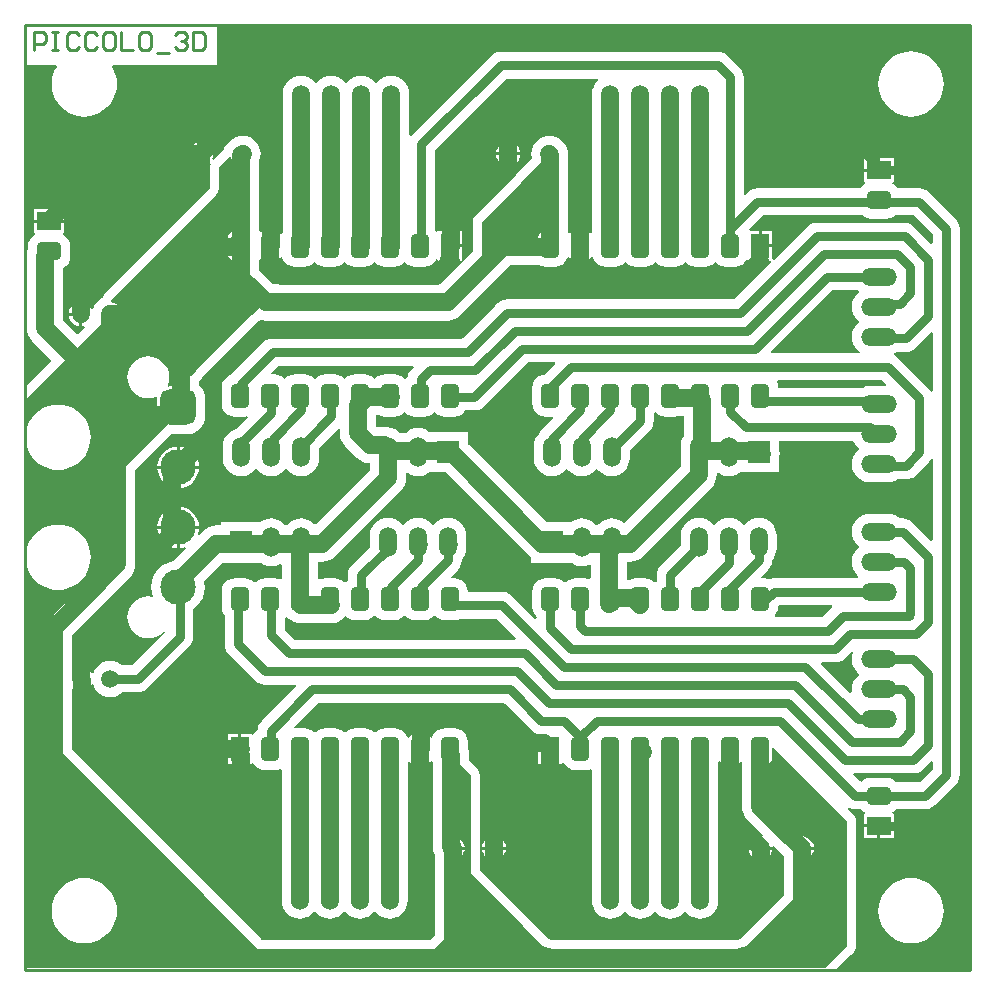
<source format=gbl>
G04 Layer_Physical_Order=2*
G04 Layer_Color=11436288*
%FSLAX42Y42*%
%MOMM*%
G71*
G01*
G75*
%ADD10C,1.52*%
%ADD11C,0.76*%
%ADD12C,0.25*%
%ADD13O,3.05X1.52*%
G04:AMPARAMS|DCode=14|XSize=1.52mm|YSize=2.03mm|CornerRadius=0.38mm|HoleSize=0mm|Usage=FLASHONLY|Rotation=90.000|XOffset=0mm|YOffset=0mm|HoleType=Round|Shape=RoundedRectangle|*
%AMROUNDEDRECTD14*
21,1,1.52,1.27,0,0,90.0*
21,1,0.76,2.03,0,0,90.0*
1,1,0.76,0.64,0.38*
1,1,0.76,0.64,-0.38*
1,1,0.76,-0.64,-0.38*
1,1,0.76,-0.64,0.38*
%
%ADD14ROUNDEDRECTD14*%
%ADD15R,2.03X1.52*%
%ADD16O,1.52X3.05*%
%ADD17C,1.52*%
%ADD18R,1.52X2.03*%
G04:AMPARAMS|DCode=19|XSize=1.52mm|YSize=2.03mm|CornerRadius=0.38mm|HoleSize=0mm|Usage=FLASHONLY|Rotation=0.000|XOffset=0mm|YOffset=0mm|HoleType=Round|Shape=RoundedRectangle|*
%AMROUNDEDRECTD19*
21,1,1.52,1.27,0,0,0.0*
21,1,0.76,2.03,0,0,0.0*
1,1,0.76,0.38,-0.64*
1,1,0.76,-0.38,-0.64*
1,1,0.76,-0.38,0.64*
1,1,0.76,0.38,0.64*
%
%ADD19ROUNDEDRECTD19*%
G04:AMPARAMS|DCode=20|XSize=3mm|YSize=3mm|CornerRadius=0.75mm|HoleSize=0mm|Usage=FLASHONLY|Rotation=270.000|XOffset=0mm|YOffset=0mm|HoleType=Round|Shape=RoundedRectangle|*
%AMROUNDEDRECTD20*
21,1,3.00,1.50,0,0,270.0*
21,1,1.50,3.00,0,0,270.0*
1,1,1.50,-0.75,-0.75*
1,1,1.50,-0.75,0.75*
1,1,1.50,0.75,0.75*
1,1,1.50,0.75,-0.75*
%
%ADD20ROUNDEDRECTD20*%
%ADD21C,3.00*%
%ADD22O,1.52X2.54*%
%ADD23R,1.91X1.91*%
G36*
X9597Y10244D02*
Y10231D01*
X9582Y10219D01*
X9563Y10196D01*
X9549Y10169D01*
X9540Y10141D01*
X9537Y10111D01*
X9540Y10081D01*
X9549Y10052D01*
X9563Y10026D01*
X9582Y10003D01*
X9597Y9990D01*
Y9977D01*
X9582Y9965D01*
X9563Y9942D01*
X9549Y9915D01*
X9540Y9887D01*
X9537Y9857D01*
X9540Y9827D01*
X9549Y9798D01*
X9563Y9772D01*
X9582Y9749D01*
X9605Y9729D01*
X9606Y9729D01*
X9603Y9716D01*
X8859D01*
X8855Y9728D01*
X9374Y10248D01*
X9592D01*
X9597Y10244D01*
D02*
G37*
G36*
X5830Y9600D02*
X5811Y9581D01*
X5793Y9557D01*
X5781Y9529D01*
X5780Y9518D01*
X5761Y9504D01*
X5757Y9502D01*
X5749D01*
X5745Y9504D01*
X5722Y9522D01*
X5694Y9533D01*
X5664Y9537D01*
X5588D01*
X5558Y9533D01*
X5530Y9522D01*
X5506Y9503D01*
X5506Y9502D01*
X5493D01*
X5492Y9503D01*
X5468Y9522D01*
X5440Y9533D01*
X5410Y9537D01*
X5334D01*
X5304Y9533D01*
X5276Y9522D01*
X5252Y9503D01*
X5251Y9502D01*
X5239D01*
X5238Y9503D01*
X5214Y9522D01*
X5186Y9533D01*
X5156Y9537D01*
X5080D01*
X5050Y9533D01*
X5022Y9522D01*
X4999Y9504D01*
X4995Y9502D01*
X4987D01*
X4983Y9504D01*
X4960Y9522D01*
X4932Y9533D01*
X4902Y9537D01*
X4826D01*
X4796Y9533D01*
X4768Y9522D01*
X4744Y9503D01*
X4743Y9502D01*
X4731D01*
X4730Y9503D01*
X4706Y9522D01*
X4678Y9533D01*
X4648Y9537D01*
X4626D01*
X4621Y9549D01*
X4684Y9611D01*
X5825D01*
X5830Y9600D01*
D02*
G37*
G36*
X2555Y9902D02*
X2564Y9873D01*
X2578Y9847D01*
X2597Y9824D01*
X2759Y9662D01*
Y9649D01*
X2552Y9442D01*
X2540Y9447D01*
Y9924D01*
X2553Y9925D01*
X2555Y9902D01*
D02*
G37*
G36*
X6907Y11332D02*
X6928Y11316D01*
X6953Y11306D01*
X6979Y11302D01*
X6985Y11297D01*
Y10757D01*
X6947D01*
X6922Y10752D01*
X6901Y10738D01*
X6887Y10717D01*
X6882Y10692D01*
Y10617D01*
X6587D01*
X6421Y10451D01*
X6409Y10456D01*
Y10828D01*
X6737Y11156D01*
X6756Y11180D01*
X6759Y11185D01*
X6907Y11332D01*
X6907D01*
D02*
G37*
G36*
X4274Y11381D02*
X4283Y11377D01*
X4293Y11353D01*
X4309Y11332D01*
X4330Y11316D01*
X4355Y11306D01*
X4358Y11305D01*
X4364Y10766D01*
X4355Y10757D01*
X4318D01*
X4293Y10752D01*
X4272Y10738D01*
X4258Y10717D01*
X4253Y10692D01*
Y10641D01*
X4356D01*
Y10616D01*
X4253D01*
Y10565D01*
X4258Y10540D01*
X4272Y10519D01*
X4293Y10505D01*
X4318Y10500D01*
X4367D01*
X4369Y10354D01*
Y10325D01*
X4559Y10135D01*
X4481Y10056D01*
X4459Y10044D01*
X4436Y10025D01*
X4003Y9593D01*
X3984Y9570D01*
X3972Y9548D01*
X3950Y9525D01*
X3797D01*
Y9435D01*
X3760D01*
X3752Y9433D01*
X3745Y9444D01*
X3745Y9445D01*
X3755Y9478D01*
X3758Y9512D01*
X3755Y9547D01*
X3745Y9580D01*
X3729Y9611D01*
X3707Y9637D01*
X3680Y9660D01*
X3649Y9676D01*
X3616Y9686D01*
X3581Y9689D01*
X3547Y9686D01*
X3514Y9676D01*
X3483Y9660D01*
X3456Y9637D01*
X3434Y9611D01*
X3418Y9580D01*
X3408Y9547D01*
X3404Y9512D01*
X3408Y9478D01*
X3418Y9445D01*
X3434Y9414D01*
X3456Y9387D01*
X3483Y9365D01*
X3514Y9349D01*
X3547Y9339D01*
X3581Y9335D01*
X3616Y9339D01*
X3649Y9349D01*
X3650Y9349D01*
X3660Y9342D01*
X3659Y9333D01*
Y9271D01*
X3835D01*
Y9246D01*
X3659D01*
Y9183D01*
X3663Y9157D01*
X3669Y9142D01*
X3340Y8814D01*
Y8062D01*
X3327Y8049D01*
X2781Y7503D01*
Y7480D01*
Y6312D01*
X4420Y4674D01*
X6109D01*
X6160Y4724D01*
Y5422D01*
X6186Y5426D01*
X6211Y5436D01*
X6232Y5452D01*
X6248Y5473D01*
X6258Y5498D01*
X6260Y5512D01*
X6160D01*
Y5537D01*
X6260D01*
X6258Y5551D01*
X6248Y5576D01*
X6232Y5597D01*
X6211Y5613D01*
X6186Y5624D01*
X6160Y5627D01*
Y6236D01*
X6172D01*
X6197Y6241D01*
X6209Y6249D01*
X6312Y6147D01*
Y5220D01*
Y5201D01*
X6814Y4699D01*
X6926D01*
X6950Y4686D01*
X6979Y4677D01*
X7009Y4674D01*
X8556D01*
X8586Y4677D01*
X8615Y4686D01*
X8639Y4699D01*
X8751D01*
X9138Y5087D01*
X9112Y5113D01*
X9112Y5418D01*
X9116Y5422D01*
X9142Y5425D01*
X9167Y5436D01*
X9188Y5452D01*
X9205Y5473D01*
X9215Y5498D01*
X9217Y5512D01*
X9116D01*
Y5524D01*
X9103D01*
Y5625D01*
X9089Y5623D01*
X9065Y5613D01*
X9043Y5597D01*
X9043Y5597D01*
X8750Y5890D01*
Y6224D01*
Y6364D01*
X8776D01*
Y6236D01*
X8801D01*
X8826Y6241D01*
X8847Y6255D01*
X8861Y6276D01*
X8866Y6301D01*
Y6370D01*
X8878Y6375D01*
X9500Y5753D01*
Y4699D01*
X9474Y4674D01*
X9309Y4508D01*
X2549Y4508D01*
X2540Y4517D01*
X2540Y7917D01*
X2553Y7918D01*
X2556Y7903D01*
X2573Y7863D01*
X2596Y7826D01*
X2624Y7793D01*
X2657Y7765D01*
X2694Y7742D01*
X2734Y7725D01*
X2776Y7715D01*
X2819Y7712D01*
X2863Y7715D01*
X2905Y7725D01*
X2945Y7742D01*
X2982Y7765D01*
X3015Y7793D01*
X3043Y7826D01*
X3066Y7863D01*
X3082Y7903D01*
X3093Y7945D01*
X3096Y7988D01*
X3093Y8032D01*
X3082Y8074D01*
X3066Y8114D01*
X3043Y8151D01*
X3015Y8184D01*
X2982Y8212D01*
X2945Y8235D01*
X2905Y8251D01*
X2863Y8261D01*
X2819Y8265D01*
X2776Y8261D01*
X2734Y8251D01*
X2694Y8235D01*
X2657Y8212D01*
X2624Y8184D01*
X2596Y8151D01*
X2573Y8114D01*
X2556Y8074D01*
X2553Y8058D01*
X2540Y8060D01*
Y8933D01*
X2553Y8934D01*
X2556Y8919D01*
X2573Y8879D01*
X2596Y8842D01*
X2624Y8809D01*
X2657Y8781D01*
X2694Y8758D01*
X2734Y8741D01*
X2776Y8731D01*
X2819Y8728D01*
X2863Y8731D01*
X2905Y8741D01*
X2945Y8758D01*
X2982Y8781D01*
X3015Y8809D01*
X3043Y8842D01*
X3066Y8879D01*
X3082Y8919D01*
X3093Y8961D01*
X3096Y9004D01*
X3093Y9048D01*
X3082Y9090D01*
X3066Y9130D01*
X3043Y9167D01*
X3015Y9200D01*
X2982Y9228D01*
X2945Y9251D01*
X2905Y9267D01*
X2863Y9277D01*
X2819Y9281D01*
X2776Y9277D01*
X2734Y9267D01*
X2694Y9251D01*
X2657Y9228D01*
X2624Y9200D01*
X2596Y9167D01*
X2573Y9130D01*
X2556Y9090D01*
X2553Y9074D01*
X2540Y9076D01*
Y9322D01*
X2553Y9335D01*
X3191Y9972D01*
X3211Y9957D01*
X3235Y9947D01*
X3249Y9945D01*
Y10046D01*
X3262D01*
Y10058D01*
X3363D01*
X3361Y10072D01*
X3351Y10097D01*
X3334Y10118D01*
X3313Y10134D01*
X3288Y10145D01*
X3268Y10147D01*
X3265Y10161D01*
X4140Y11035D01*
X4140Y11035D01*
X4159Y11058D01*
X4173Y11085D01*
X4182Y11114D01*
X4185Y11144D01*
X4185Y11144D01*
Y11297D01*
X4270Y11382D01*
X4274Y11381D01*
D02*
G37*
G36*
X9549Y7184D02*
X9549Y7183D01*
X9540Y7155D01*
X9537Y7125D01*
X9540Y7095D01*
X9549Y7066D01*
X9563Y7040D01*
X9582Y7016D01*
X9597Y7004D01*
Y6991D01*
X9582Y6979D01*
X9563Y6956D01*
X9549Y6929D01*
X9540Y6901D01*
X9537Y6871D01*
X9539Y6847D01*
X9527Y6841D01*
X9282Y7087D01*
X9287Y7098D01*
X9398D01*
X9427Y7102D01*
X9444Y7109D01*
X9455Y7114D01*
X9479Y7132D01*
X9539Y7192D01*
X9549Y7184D01*
D02*
G37*
G36*
X9830Y9451D02*
X9825Y9438D01*
X9690D01*
X9660Y9435D01*
X9631Y9426D01*
X9628Y9424D01*
X8916D01*
X8912Y9452D01*
X8904Y9473D01*
X8911Y9486D01*
X9795D01*
X9830Y9451D01*
D02*
G37*
G36*
X9374Y7568D02*
X9287Y7481D01*
X8892D01*
X8886Y7494D01*
X8901Y7513D01*
X8912Y7541D01*
X8916Y7571D01*
Y7572D01*
X8925Y7581D01*
X9368D01*
X9374Y7568D01*
D02*
G37*
G36*
X9549Y8972D02*
X9563Y8946D01*
X9582Y8922D01*
X9597Y8910D01*
Y8897D01*
X9582Y8885D01*
X9563Y8862D01*
X9549Y8835D01*
X9540Y8807D01*
X9537Y8777D01*
X9540Y8747D01*
X9549Y8718D01*
X9563Y8692D01*
X9582Y8668D01*
X9605Y8649D01*
X9631Y8635D01*
X9660Y8627D01*
X9690Y8624D01*
X9842D01*
X9872Y8627D01*
X9901Y8635D01*
X9924Y8648D01*
X9995D01*
X10025Y8652D01*
X10041Y8658D01*
X10053Y8663D01*
X10076Y8681D01*
X10191Y8796D01*
X10209Y8820D01*
X10210Y8822D01*
X10223Y8819D01*
Y8131D01*
X10211Y8126D01*
X10051Y8286D01*
X10027Y8304D01*
X9999Y8316D01*
X9969Y8319D01*
X9943D01*
X9928Y8332D01*
X9901Y8346D01*
X9872Y8355D01*
X9842Y8358D01*
X9690D01*
X9660Y8355D01*
X9631Y8346D01*
X9605Y8332D01*
X9582Y8313D01*
X9563Y8290D01*
X9549Y8263D01*
X9540Y8235D01*
X9537Y8205D01*
X9540Y8175D01*
X9549Y8146D01*
X9563Y8120D01*
X9582Y8096D01*
X9597Y8084D01*
Y8071D01*
X9582Y8059D01*
X9563Y8036D01*
X9549Y8009D01*
X9540Y7981D01*
X9537Y7951D01*
X9540Y7921D01*
X9549Y7892D01*
X9563Y7866D01*
X9582Y7842D01*
X9594Y7833D01*
X9594Y7819D01*
X9587Y7811D01*
X8877D01*
X8877Y7811D01*
X8847Y7808D01*
X8841Y7805D01*
X8831Y7809D01*
X8801Y7813D01*
X8779D01*
X8774Y7825D01*
X8832Y7883D01*
X8832Y7883D01*
X8850Y7907D01*
X8862Y7935D01*
X8866Y7964D01*
Y7967D01*
X8878Y7982D01*
X8892Y8008D01*
X8900Y8037D01*
X8903Y8067D01*
Y8169D01*
X8900Y8199D01*
X8892Y8227D01*
X8878Y8254D01*
X8859Y8277D01*
X8835Y8296D01*
X8809Y8310D01*
X8780Y8319D01*
X8750Y8322D01*
X8720Y8319D01*
X8692Y8310D01*
X8665Y8296D01*
X8642Y8277D01*
X8630Y8262D01*
X8617D01*
X8605Y8277D01*
X8581Y8296D01*
X8555Y8310D01*
X8526Y8319D01*
X8496Y8322D01*
X8466Y8319D01*
X8438Y8310D01*
X8411Y8296D01*
X8388Y8277D01*
X8376Y8262D01*
X8363D01*
X8351Y8277D01*
X8327Y8296D01*
X8301Y8310D01*
X8272Y8319D01*
X8242Y8322D01*
X8212Y8319D01*
X8184Y8310D01*
X8157Y8296D01*
X8134Y8277D01*
X8115Y8254D01*
X8101Y8227D01*
X8092Y8199D01*
X8089Y8169D01*
Y8087D01*
X7919Y7917D01*
X7901Y7894D01*
X7896Y7882D01*
X7890Y7866D01*
X7886Y7836D01*
Y7783D01*
X7882Y7780D01*
X7878Y7778D01*
X7870D01*
X7866Y7780D01*
X7843Y7798D01*
X7815Y7809D01*
X7785Y7813D01*
X7709D01*
X7679Y7809D01*
X7657Y7800D01*
X7633D01*
Y7952D01*
X7661D01*
X7691Y7955D01*
X7719Y7964D01*
X7746Y7978D01*
X7769Y7997D01*
X8351Y8579D01*
X8351Y8579D01*
X8370Y8602D01*
X8384Y8628D01*
X8392Y8657D01*
X8395Y8687D01*
Y8700D01*
X8407Y8705D01*
X8411Y8702D01*
X8438Y8688D01*
X8466Y8679D01*
X8496Y8676D01*
X8526Y8679D01*
X8555Y8688D01*
X8581Y8702D01*
X8590Y8708D01*
X8922D01*
Y8821D01*
X8926Y8835D01*
X8929Y8865D01*
X8926Y8894D01*
X8922Y8908D01*
Y8974D01*
X9548D01*
X9549Y8972D01*
D02*
G37*
G36*
X6811Y7997D02*
X6826Y7984D01*
Y7944D01*
X7158D01*
X7167Y7937D01*
X7193Y7923D01*
X7222Y7914D01*
X7252Y7911D01*
X7282Y7914D01*
X7310Y7923D01*
X7316Y7926D01*
X7327Y7920D01*
Y7812D01*
X7317Y7805D01*
X7307Y7809D01*
X7277Y7813D01*
X7201D01*
X7171Y7809D01*
X7143Y7798D01*
X7120Y7780D01*
X7116Y7778D01*
X7108D01*
X7104Y7780D01*
X7081Y7798D01*
X7053Y7809D01*
X7023Y7813D01*
X6947D01*
X6917Y7809D01*
X6889Y7798D01*
X6865Y7779D01*
X6847Y7755D01*
X6836Y7728D01*
X6832Y7698D01*
Y7571D01*
X6836Y7541D01*
X6847Y7513D01*
X6865Y7489D01*
X6870Y7486D01*
Y7471D01*
X6858Y7466D01*
X6660Y7663D01*
X6637Y7682D01*
X6625Y7687D01*
X6609Y7693D01*
X6579Y7697D01*
X6287D01*
Y7698D01*
X6284Y7728D01*
X6272Y7755D01*
X6254Y7779D01*
X6230Y7798D01*
X6202Y7809D01*
X6172Y7813D01*
X6151D01*
X6146Y7825D01*
X6203Y7881D01*
X6203Y7881D01*
X6217Y7900D01*
X6221Y7905D01*
X6233Y7933D01*
X6237Y7963D01*
X6237Y7963D01*
Y7967D01*
X6249Y7982D01*
X6263Y8008D01*
X6272Y8037D01*
X6275Y8067D01*
Y8101D01*
X6275Y8103D01*
X6275Y8105D01*
Y8169D01*
X6272Y8199D01*
X6263Y8227D01*
X6249Y8254D01*
X6230Y8277D01*
X6206Y8296D01*
X6180Y8310D01*
X6151Y8319D01*
X6121Y8322D01*
X6092Y8319D01*
X6063Y8310D01*
X6036Y8296D01*
X6013Y8277D01*
X6001Y8262D01*
X5988D01*
X5976Y8277D01*
X5952Y8296D01*
X5926Y8310D01*
X5897Y8319D01*
X5867Y8322D01*
X5838Y8319D01*
X5809Y8310D01*
X5782Y8296D01*
X5759Y8277D01*
X5747Y8262D01*
X5734D01*
X5722Y8277D01*
X5698Y8296D01*
X5672Y8310D01*
X5643Y8319D01*
X5613Y8322D01*
X5584Y8319D01*
X5555Y8310D01*
X5528Y8296D01*
X5505Y8277D01*
X5486Y8254D01*
X5472Y8227D01*
X5463Y8199D01*
X5460Y8169D01*
Y8074D01*
X5303Y7917D01*
X5285Y7894D01*
X5273Y7866D01*
X5270Y7836D01*
Y7792D01*
X5253Y7780D01*
X5249Y7778D01*
X5241D01*
X5237Y7780D01*
X5214Y7798D01*
X5186Y7809D01*
X5156Y7813D01*
X5080D01*
X5050Y7809D01*
X5030Y7801D01*
X5017Y7809D01*
Y7952D01*
X5057D01*
X5087Y7955D01*
X5116Y7964D01*
X5142Y7978D01*
X5165Y7997D01*
X5722Y8553D01*
X5741Y8576D01*
X5755Y8603D01*
X5764Y8632D01*
X5767Y8661D01*
Y8700D01*
X5778Y8705D01*
X5782Y8702D01*
X5809Y8688D01*
X5838Y8679D01*
X5867Y8676D01*
X5897Y8679D01*
X5926Y8688D01*
X5952Y8702D01*
X5961Y8708D01*
X6099D01*
X6811Y7997D01*
D02*
G37*
G36*
X10223Y9890D02*
Y9393D01*
X10210Y9390D01*
X10209Y9392D01*
X10191Y9416D01*
X9924Y9683D01*
X9900Y9701D01*
X9898Y9702D01*
X9899Y9715D01*
X9901Y9715D01*
X9923Y9727D01*
X9995D01*
X10025Y9731D01*
X10041Y9738D01*
X10053Y9743D01*
X10076Y9761D01*
X10211Y9895D01*
X10223Y9890D01*
D02*
G37*
G36*
X7027Y9627D02*
X6936Y9536D01*
X6917Y9533D01*
X6889Y9522D01*
X6865Y9503D01*
X6847Y9479D01*
X6836Y9452D01*
X6832Y9422D01*
Y9295D01*
X6836Y9265D01*
X6847Y9237D01*
X6865Y9213D01*
X6889Y9195D01*
X6917Y9183D01*
X6947Y9180D01*
X7006D01*
X7011Y9168D01*
X6916Y9073D01*
X6898Y9049D01*
X6894Y9040D01*
X6889Y9036D01*
X6870Y9013D01*
X6856Y8987D01*
X6848Y8958D01*
X6845Y8928D01*
Y8826D01*
X6848Y8797D01*
X6856Y8768D01*
X6870Y8741D01*
X6889Y8718D01*
X6913Y8699D01*
X6939Y8685D01*
X6968Y8676D01*
X6998Y8673D01*
X7028Y8676D01*
X7056Y8685D01*
X7083Y8699D01*
X7106Y8718D01*
X7118Y8733D01*
X7131D01*
X7143Y8718D01*
X7167Y8699D01*
X7193Y8685D01*
X7222Y8676D01*
X7252Y8673D01*
X7282Y8676D01*
X7310Y8685D01*
X7337Y8699D01*
X7360Y8718D01*
X7372Y8733D01*
X7385D01*
X7397Y8718D01*
X7421Y8699D01*
X7447Y8685D01*
X7476Y8676D01*
X7506Y8673D01*
X7536Y8676D01*
X7564Y8685D01*
X7591Y8699D01*
X7614Y8718D01*
X7633Y8741D01*
X7647Y8768D01*
X7656Y8797D01*
X7659Y8826D01*
Y8893D01*
X7829Y9062D01*
X7847Y9086D01*
X7852Y9098D01*
X7858Y9114D01*
X7862Y9144D01*
Y9210D01*
X7866Y9213D01*
X7870Y9215D01*
X7878D01*
X7882Y9213D01*
X7905Y9195D01*
X7933Y9183D01*
X7963Y9180D01*
X8039D01*
X8053Y9181D01*
X8115D01*
Y9015D01*
X8101Y8989D01*
X8092Y8961D01*
X8089Y8931D01*
Y8854D01*
Y8829D01*
Y8750D01*
X7614Y8275D01*
X7591Y8293D01*
X7564Y8308D01*
X7536Y8316D01*
X7506Y8319D01*
X7476Y8316D01*
X7447Y8308D01*
X7421Y8293D01*
X7397Y8274D01*
X7385Y8259D01*
X7372D01*
X7360Y8274D01*
X7337Y8293D01*
X7310Y8308D01*
X7282Y8316D01*
X7252Y8319D01*
X7222Y8316D01*
X7193Y8308D01*
X7167Y8293D01*
X7158Y8287D01*
X6954D01*
X6293Y8948D01*
Y9051D01*
X5961D01*
X5952Y9058D01*
X5926Y9072D01*
X5897Y9081D01*
X5867Y9084D01*
X5838Y9081D01*
X5809Y9072D01*
X5782Y9058D01*
X5766Y9045D01*
X5715D01*
X5698Y9058D01*
X5672Y9072D01*
X5643Y9081D01*
X5635Y9082D01*
X5634Y9082D01*
X5605Y9091D01*
X5575Y9094D01*
X5522D01*
X5513Y9103D01*
Y9194D01*
X5533D01*
X5558Y9183D01*
X5588Y9180D01*
X5664D01*
X5694Y9183D01*
X5722Y9195D01*
X5745Y9213D01*
X5749Y9215D01*
X5757D01*
X5761Y9213D01*
X5784Y9195D01*
X5812Y9183D01*
X5842Y9180D01*
X5918D01*
X5948Y9183D01*
X5976Y9195D01*
X6000Y9213D01*
X6001Y9215D01*
X6013D01*
X6014Y9213D01*
X6038Y9195D01*
X6066Y9183D01*
X6096Y9180D01*
X6172D01*
X6202Y9183D01*
X6230Y9195D01*
X6254Y9213D01*
X6268Y9232D01*
X6341D01*
X6371Y9236D01*
X6398Y9247D01*
X6422Y9266D01*
X6795Y9638D01*
X7022D01*
X7027Y9627D01*
D02*
G37*
G36*
X6015Y7489D02*
X6038Y7471D01*
X6066Y7459D01*
X6096Y7456D01*
X6172D01*
X6202Y7459D01*
X6219Y7467D01*
X6531D01*
X6695Y7303D01*
X6690Y7291D01*
X4823D01*
X4738Y7376D01*
Y7478D01*
X4751Y7484D01*
X4768Y7471D01*
X4775Y7468D01*
X4792Y7455D01*
X4818Y7440D01*
X4847Y7432D01*
X4877Y7429D01*
X5131D01*
X5161Y7432D01*
X5189Y7440D01*
X5216Y7455D01*
X5239Y7474D01*
X5252Y7489D01*
X5252Y7489D01*
X5276Y7471D01*
X5304Y7459D01*
X5334Y7456D01*
X5410D01*
X5440Y7459D01*
X5468Y7471D01*
X5491Y7489D01*
X5495Y7491D01*
X5503D01*
X5507Y7489D01*
X5530Y7471D01*
X5558Y7459D01*
X5588Y7456D01*
X5664D01*
X5694Y7459D01*
X5722Y7471D01*
X5745Y7489D01*
X5749Y7491D01*
X5757D01*
X5761Y7489D01*
X5784Y7471D01*
X5812Y7459D01*
X5842Y7456D01*
X5918D01*
X5948Y7459D01*
X5976Y7471D01*
X5999Y7489D01*
X6003Y7491D01*
X6011D01*
X6015Y7489D01*
D02*
G37*
G36*
X10223Y6256D02*
Y6194D01*
X10114Y6086D01*
X9915D01*
X9911Y6090D01*
X9887Y6109D01*
X9860Y6120D01*
X9830Y6124D01*
X9703D01*
X9673Y6120D01*
X9645Y6109D01*
X9621Y6090D01*
X9607Y6092D01*
X9553Y6147D01*
X9557Y6159D01*
X10061D01*
X10091Y6162D01*
X10118Y6174D01*
X10142Y6192D01*
X10211Y6261D01*
X10223Y6256D01*
D02*
G37*
G36*
X10541Y12488D02*
X10541Y4496D01*
X9422D01*
X9417Y4508D01*
X9529Y4619D01*
X9529Y4619D01*
X9554Y4645D01*
X9566Y4661D01*
X9568Y4666D01*
X9574Y4679D01*
X9576Y4699D01*
Y5753D01*
X9574Y5773D01*
X9566Y5792D01*
X9554Y5807D01*
X9502Y5859D01*
X9510Y5869D01*
X9521Y5864D01*
X9537Y5858D01*
X9567Y5854D01*
X9619D01*
X9621Y5851D01*
X9645Y5833D01*
X9649Y5831D01*
X9647Y5818D01*
X9639D01*
Y5729D01*
X9893D01*
Y5818D01*
X9886D01*
X9883Y5831D01*
X9887Y5833D01*
X9911Y5851D01*
X9915Y5855D01*
X10162D01*
X10192Y5859D01*
X10220Y5871D01*
X10244Y5889D01*
X10419Y6065D01*
X10438Y6089D01*
X10449Y6117D01*
X10453Y6146D01*
Y6412D01*
X10453Y6412D01*
X10453Y6412D01*
Y6822D01*
X10453Y6822D01*
X10453Y6822D01*
Y7492D01*
X10453Y7492D01*
X10453Y7492D01*
Y7902D01*
X10453Y7902D01*
X10453Y7902D01*
Y10160D01*
X10453Y10160D01*
X10453Y10160D01*
Y10770D01*
X10453Y10770D01*
X10449Y10799D01*
X10438Y10827D01*
X10433Y10833D01*
X10419Y10851D01*
X10419Y10851D01*
X10191Y11080D01*
X10167Y11098D01*
X10139Y11110D01*
X10109Y11113D01*
X9924D01*
X9911Y11130D01*
X9887Y11149D01*
X9883Y11151D01*
X9886Y11163D01*
X9893D01*
Y11252D01*
X9639D01*
Y11163D01*
X9647D01*
X9649Y11151D01*
X9645Y11149D01*
X9621Y11130D01*
X9608Y11113D01*
X8738D01*
X8708Y11110D01*
X8680Y11098D01*
X8656Y11080D01*
X8636Y11060D01*
X8624Y11065D01*
Y12052D01*
X8620Y12082D01*
X8609Y12110D01*
X8591Y12134D01*
X8487Y12237D01*
X8463Y12255D01*
X8452Y12260D01*
X8436Y12267D01*
X8406Y12271D01*
X6565D01*
X6535Y12267D01*
X6507Y12255D01*
X6483Y12237D01*
X6483Y12237D01*
X5811Y11565D01*
X5805Y11556D01*
X5792Y11561D01*
X5792Y11835D01*
Y11911D01*
X5789Y11941D01*
X5780Y11970D01*
X5766Y11996D01*
X5747Y12019D01*
X5724Y12038D01*
X5697Y12052D01*
X5669Y12061D01*
X5639Y12064D01*
X5609Y12061D01*
X5580Y12052D01*
X5554Y12038D01*
X5531Y12019D01*
X5518Y12004D01*
X5505D01*
X5493Y12019D01*
X5470Y12038D01*
X5443Y12052D01*
X5415Y12061D01*
X5385Y12064D01*
X5355Y12061D01*
X5326Y12052D01*
X5300Y12038D01*
X5277Y12019D01*
X5264Y12004D01*
X5251D01*
X5239Y12019D01*
X5216Y12038D01*
X5189Y12052D01*
X5161Y12061D01*
X5131Y12064D01*
X5101Y12061D01*
X5072Y12052D01*
X5046Y12038D01*
X5023Y12019D01*
X5010Y12004D01*
X4997D01*
X4985Y12019D01*
X4962Y12038D01*
X4935Y12052D01*
X4907Y12061D01*
X4877Y12064D01*
X4847Y12061D01*
X4818Y12052D01*
X4792Y12038D01*
X4769Y12019D01*
X4749Y11996D01*
X4735Y11970D01*
X4727Y11941D01*
X4724Y11911D01*
Y11759D01*
Y11759D01*
X4724Y10743D01*
X4717Y10727D01*
X4703Y10724D01*
X4703Y10724D01*
X4694Y10738D01*
X4673Y10752D01*
X4648Y10757D01*
X4623D01*
Y10628D01*
Y10500D01*
X4648D01*
X4673Y10505D01*
X4694Y10519D01*
X4703Y10532D01*
X4703Y10532D01*
X4717Y10530D01*
X4726Y10507D01*
X4744Y10483D01*
X4768Y10465D01*
X4796Y10453D01*
X4826Y10450D01*
X4902D01*
X4932Y10453D01*
X4960Y10465D01*
X4983Y10483D01*
X4987Y10485D01*
X4995D01*
X4999Y10483D01*
X5022Y10465D01*
X5050Y10453D01*
X5080Y10450D01*
X5156D01*
X5186Y10453D01*
X5214Y10465D01*
X5238Y10483D01*
X5239Y10485D01*
X5251D01*
X5252Y10483D01*
X5276Y10465D01*
X5304Y10453D01*
X5334Y10450D01*
X5410D01*
X5440Y10453D01*
X5468Y10465D01*
X5492Y10483D01*
X5493Y10485D01*
X5505D01*
X5506Y10483D01*
X5530Y10465D01*
X5558Y10453D01*
X5588Y10450D01*
X5664D01*
X5694Y10453D01*
X5722Y10465D01*
X5745Y10483D01*
X5749Y10485D01*
X5757D01*
X5761Y10483D01*
X5784Y10465D01*
X5812Y10453D01*
X5842Y10450D01*
X5918D01*
X5948Y10453D01*
X5976Y10465D01*
X6000Y10483D01*
X6018Y10507D01*
X6020Y10511D01*
X6033Y10509D01*
Y10501D01*
X6121D01*
Y10628D01*
Y10755D01*
X6033D01*
Y10748D01*
X6020Y10745D01*
X6018Y10749D01*
X6008Y10762D01*
Y11436D01*
X6613Y12040D01*
X7390D01*
X7395Y12028D01*
X7385Y12019D01*
X7366Y11996D01*
X7352Y11970D01*
X7343Y11941D01*
X7340Y11911D01*
Y11887D01*
X7340Y11291D01*
X7340Y11291D01*
Y11139D01*
X7340Y11139D01*
X7340Y10735D01*
X7327Y10731D01*
X7323Y10738D01*
X7302Y10752D01*
X7277Y10757D01*
X7252D01*
Y10628D01*
Y10500D01*
X7277D01*
X7302Y10505D01*
X7323Y10519D01*
X7332Y10532D01*
X7332Y10532D01*
X7346Y10530D01*
X7355Y10507D01*
X7373Y10483D01*
X7397Y10465D01*
X7425Y10453D01*
X7455Y10450D01*
X7531D01*
X7561Y10453D01*
X7589Y10465D01*
X7612Y10483D01*
X7616Y10485D01*
X7624D01*
X7628Y10483D01*
X7651Y10465D01*
X7679Y10453D01*
X7709Y10450D01*
X7785D01*
X7815Y10453D01*
X7843Y10465D01*
X7866Y10483D01*
X7870Y10485D01*
X7878D01*
X7882Y10483D01*
X7905Y10465D01*
X7933Y10453D01*
X7963Y10450D01*
X8039D01*
X8069Y10453D01*
X8097Y10465D01*
X8120Y10483D01*
X8124Y10485D01*
X8132D01*
X8136Y10483D01*
X8159Y10465D01*
X8187Y10453D01*
X8217Y10450D01*
X8293D01*
X8323Y10453D01*
X8351Y10465D01*
X8374Y10483D01*
X8378Y10485D01*
X8386D01*
X8390Y10483D01*
X8413Y10465D01*
X8441Y10453D01*
X8471Y10450D01*
X8547D01*
X8577Y10453D01*
X8605Y10465D01*
X8629Y10483D01*
X8647Y10507D01*
X8649Y10511D01*
X8661Y10509D01*
Y10501D01*
X8750D01*
Y10628D01*
Y10755D01*
X8676D01*
X8670Y10768D01*
X8785Y10883D01*
X9632D01*
X9645Y10873D01*
X9673Y10861D01*
X9703Y10857D01*
X9830D01*
X9860Y10861D01*
X9887Y10873D01*
X9901Y10883D01*
X10061D01*
X10223Y10722D01*
Y10649D01*
X10211Y10644D01*
X10066Y10789D01*
X10042Y10808D01*
X10031Y10812D01*
X10014Y10819D01*
X9985Y10823D01*
X9240D01*
X9240Y10823D01*
X9210Y10819D01*
X9182Y10808D01*
X9158Y10789D01*
X8877Y10508D01*
X8865Y10513D01*
Y10616D01*
X8776D01*
Y10501D01*
X8853D01*
X8858Y10489D01*
X8543Y10174D01*
X6621D01*
X6621Y10174D01*
X6591Y10170D01*
X6563Y10158D01*
X6539Y10140D01*
X6241Y9842D01*
X4636D01*
X4606Y9838D01*
X4578Y9826D01*
X4554Y9808D01*
X4554Y9808D01*
X4287Y9541D01*
X4278Y9529D01*
X4260Y9522D01*
X4236Y9503D01*
X4218Y9479D01*
X4207Y9452D01*
X4203Y9422D01*
Y9295D01*
X4207Y9265D01*
X4218Y9237D01*
X4236Y9213D01*
X4260Y9195D01*
X4288Y9183D01*
X4318Y9180D01*
X4394D01*
X4417Y9182D01*
X4423Y9170D01*
X4327Y9075D01*
X4310Y9070D01*
X4284Y9055D01*
X4261Y9036D01*
X4241Y9013D01*
X4227Y8987D01*
X4219Y8958D01*
X4216Y8928D01*
Y8826D01*
X4219Y8797D01*
X4227Y8768D01*
X4241Y8741D01*
X4261Y8718D01*
X4284Y8699D01*
X4310Y8685D01*
X4339Y8676D01*
X4369Y8673D01*
X4399Y8676D01*
X4427Y8685D01*
X4454Y8699D01*
X4477Y8718D01*
X4489Y8733D01*
X4502D01*
X4515Y8718D01*
X4538Y8699D01*
X4564Y8685D01*
X4593Y8676D01*
X4623Y8673D01*
X4653Y8676D01*
X4681Y8685D01*
X4708Y8699D01*
X4731Y8718D01*
X4743Y8733D01*
X4756D01*
X4769Y8718D01*
X4792Y8699D01*
X4818Y8685D01*
X4847Y8676D01*
X4877Y8673D01*
X4907Y8676D01*
X4935Y8685D01*
X4962Y8699D01*
X4985Y8718D01*
X5004Y8741D01*
X5018Y8768D01*
X5027Y8797D01*
X5030Y8826D01*
Y8918D01*
X5195Y9083D01*
X5206Y9078D01*
Y9040D01*
X5209Y9010D01*
X5218Y8981D01*
X5232Y8955D01*
X5251Y8932D01*
X5350Y8833D01*
X5374Y8813D01*
X5400Y8799D01*
X5429Y8791D01*
X5459Y8788D01*
X5460Y8775D01*
Y8725D01*
X5003Y8267D01*
X4990Y8268D01*
X4985Y8274D01*
X4962Y8293D01*
X4935Y8308D01*
X4907Y8316D01*
X4877Y8319D01*
X4847Y8316D01*
X4818Y8308D01*
X4792Y8293D01*
X4769Y8274D01*
X4756Y8259D01*
X4743D01*
X4731Y8274D01*
X4708Y8293D01*
X4681Y8308D01*
X4653Y8316D01*
X4623Y8319D01*
X4593Y8316D01*
X4564Y8308D01*
X4538Y8293D01*
X4530Y8287D01*
X4197D01*
Y8258D01*
X4155D01*
X4155Y8258D01*
X4126Y8255D01*
X4097Y8247D01*
X4070Y8232D01*
X4047Y8213D01*
X4047Y8213D01*
X4013Y8179D01*
X4002Y8186D01*
X4008Y8208D01*
X4010Y8230D01*
X3848D01*
Y8067D01*
X3870Y8069D01*
X3892Y8076D01*
X3899Y8065D01*
X3791Y7957D01*
X3748Y7944D01*
X3709Y7923D01*
X3675Y7895D01*
X3646Y7861D01*
X3625Y7821D01*
X3612Y7779D01*
X3608Y7734D01*
X3612Y7690D01*
X3620Y7665D01*
X3610Y7655D01*
X3581Y7657D01*
X3547Y7654D01*
X3514Y7644D01*
X3483Y7628D01*
X3456Y7605D01*
X3434Y7579D01*
X3418Y7548D01*
X3408Y7515D01*
X3404Y7480D01*
X3408Y7446D01*
X3418Y7413D01*
X3434Y7382D01*
X3456Y7355D01*
X3483Y7333D01*
X3514Y7317D01*
X3547Y7307D01*
X3581Y7303D01*
X3616Y7307D01*
X3649Y7317D01*
X3680Y7333D01*
X3707Y7355D01*
X3712Y7361D01*
X3725Y7358D01*
X3726Y7356D01*
X3445Y7075D01*
X3362D01*
X3347Y7087D01*
X3321Y7101D01*
X3292Y7110D01*
X3262Y7113D01*
X3232Y7110D01*
X3203Y7101D01*
X3177Y7087D01*
X3154Y7068D01*
X3135Y7045D01*
X3120Y7018D01*
X3117Y7006D01*
X3103Y7005D01*
X3101Y7011D01*
X3084Y7032D01*
X3063Y7048D01*
X3038Y7059D01*
X3025Y7060D01*
Y6960D01*
Y6859D01*
X3038Y6861D01*
X3063Y6871D01*
X3084Y6887D01*
X3101Y6908D01*
X3103Y6914D01*
X3117Y6914D01*
X3120Y6901D01*
X3135Y6875D01*
X3154Y6851D01*
X3177Y6832D01*
X3203Y6818D01*
X3232Y6809D01*
X3262Y6806D01*
X3292Y6809D01*
X3321Y6818D01*
X3347Y6832D01*
X3362Y6844D01*
X3492D01*
X3522Y6848D01*
X3539Y6855D01*
X3550Y6860D01*
X3574Y6878D01*
X3930Y7234D01*
X3948Y7258D01*
X3953Y7269D01*
X3959Y7285D01*
X3963Y7315D01*
Y7547D01*
X3996Y7574D01*
X4024Y7608D01*
X4045Y7647D01*
X4058Y7690D01*
X4063Y7734D01*
X4058Y7779D01*
X4055Y7788D01*
X4211Y7944D01*
X4530D01*
X4538Y7937D01*
X4564Y7923D01*
X4593Y7914D01*
X4623Y7911D01*
X4653Y7914D01*
X4681Y7923D01*
X4698Y7932D01*
X4711Y7924D01*
Y7809D01*
X4698Y7801D01*
X4678Y7809D01*
X4648Y7813D01*
X4572D01*
X4542Y7809D01*
X4514Y7798D01*
X4491Y7780D01*
X4487Y7778D01*
X4479D01*
X4475Y7780D01*
X4452Y7798D01*
X4424Y7809D01*
X4394Y7813D01*
X4318D01*
X4288Y7809D01*
X4260Y7798D01*
X4236Y7779D01*
X4218Y7755D01*
X4207Y7728D01*
X4203Y7698D01*
Y7571D01*
X4207Y7541D01*
X4218Y7513D01*
X4228Y7500D01*
Y7252D01*
X4232Y7222D01*
X4239Y7206D01*
X4244Y7194D01*
X4262Y7170D01*
X4490Y6942D01*
X4514Y6923D01*
X4542Y6912D01*
X4572Y6908D01*
X4830D01*
X4835Y6896D01*
X4541Y6603D01*
X4523Y6579D01*
X4511Y6551D01*
X4508Y6523D01*
X4490Y6509D01*
X4472Y6485D01*
X4470Y6481D01*
X4458Y6484D01*
Y6491D01*
X4369D01*
Y6364D01*
Y6237D01*
X4458D01*
Y6245D01*
X4470Y6247D01*
X4472Y6243D01*
X4490Y6219D01*
X4514Y6201D01*
X4542Y6189D01*
X4572Y6186D01*
X4648D01*
X4678Y6189D01*
X4698Y6198D01*
X4711Y6189D01*
Y5234D01*
Y5158D01*
Y5082D01*
X4714Y5052D01*
X4723Y5023D01*
X4737Y4997D01*
X4756Y4973D01*
X4779Y4954D01*
X4805Y4940D01*
X4834Y4931D01*
X4864Y4928D01*
X4894Y4931D01*
X4923Y4940D01*
X4949Y4954D01*
X4972Y4973D01*
X4985Y4988D01*
X4997D01*
X5010Y4973D01*
X5033Y4954D01*
X5059Y4940D01*
X5088Y4931D01*
X5118Y4928D01*
X5148Y4931D01*
X5177Y4940D01*
X5203Y4954D01*
X5226Y4973D01*
X5239Y4988D01*
X5251D01*
X5264Y4973D01*
X5287Y4954D01*
X5313Y4940D01*
X5342Y4931D01*
X5372Y4928D01*
X5402Y4931D01*
X5431Y4940D01*
X5457Y4954D01*
X5480Y4973D01*
X5493Y4988D01*
X5505D01*
X5518Y4973D01*
X5541Y4954D01*
X5567Y4940D01*
X5596Y4931D01*
X5626Y4928D01*
X5656Y4931D01*
X5685Y4940D01*
X5711Y4954D01*
X5734Y4973D01*
X5753Y4997D01*
X5768Y5023D01*
X5776Y5052D01*
X5779Y5082D01*
Y5234D01*
Y6258D01*
X5792Y6261D01*
X5796Y6255D01*
X5817Y6241D01*
X5842Y6236D01*
X5867D01*
Y6364D01*
Y6493D01*
X5842D01*
X5817Y6488D01*
X5796Y6474D01*
X5787Y6460D01*
X5787Y6460D01*
X5774Y6463D01*
X5764Y6485D01*
X5746Y6509D01*
X5722Y6528D01*
X5694Y6539D01*
X5664Y6543D01*
X5588D01*
X5558Y6539D01*
X5530Y6528D01*
X5507Y6510D01*
X5503Y6508D01*
X5495D01*
X5491Y6510D01*
X5468Y6528D01*
X5440Y6539D01*
X5410Y6543D01*
X5334D01*
X5304Y6539D01*
X5276Y6528D01*
X5253Y6510D01*
X5249Y6508D01*
X5241D01*
X5237Y6510D01*
X5214Y6528D01*
X5186Y6539D01*
X5156Y6543D01*
X5080D01*
X5050Y6539D01*
X5022Y6528D01*
X4999Y6510D01*
X4995Y6508D01*
X4987D01*
X4983Y6510D01*
X4960Y6528D01*
X4932Y6539D01*
X4902Y6543D01*
X4826D01*
X4824Y6543D01*
X4819Y6554D01*
X5020Y6755D01*
X6596D01*
X6829Y6522D01*
X6853Y6504D01*
X6873Y6496D01*
X6883Y6491D01*
Y6377D01*
X6985D01*
Y6364D01*
X6998D01*
Y6237D01*
X7087D01*
Y6245D01*
X7099Y6247D01*
X7101Y6243D01*
X7119Y6219D01*
X7143Y6201D01*
X7171Y6189D01*
X7201Y6186D01*
X7277D01*
X7307Y6189D01*
X7327Y6198D01*
X7340Y6189D01*
Y5234D01*
Y5158D01*
Y5082D01*
X7343Y5052D01*
X7352Y5023D01*
X7366Y4997D01*
X7385Y4973D01*
X7408Y4954D01*
X7434Y4940D01*
X7463Y4931D01*
X7493Y4928D01*
X7523Y4931D01*
X7552Y4940D01*
X7578Y4954D01*
X7601Y4973D01*
X7614Y4988D01*
X7626D01*
X7639Y4973D01*
X7662Y4954D01*
X7688Y4940D01*
X7717Y4931D01*
X7747Y4928D01*
X7777Y4931D01*
X7806Y4940D01*
X7832Y4954D01*
X7855Y4973D01*
X7868Y4988D01*
X7880D01*
X7893Y4973D01*
X7916Y4954D01*
X7942Y4940D01*
X7971Y4931D01*
X8001Y4928D01*
X8031Y4931D01*
X8060Y4940D01*
X8086Y4954D01*
X8109Y4973D01*
X8122Y4988D01*
X8134D01*
X8147Y4973D01*
X8170Y4954D01*
X8196Y4940D01*
X8225Y4931D01*
X8255Y4928D01*
X8285Y4931D01*
X8314Y4940D01*
X8340Y4954D01*
X8363Y4973D01*
X8382Y4997D01*
X8396Y5023D01*
X8405Y5052D01*
X8408Y5082D01*
Y5234D01*
Y6258D01*
X8421Y6261D01*
X8425Y6255D01*
X8446Y6241D01*
X8471Y6236D01*
X8496D01*
Y6364D01*
X8522D01*
Y6236D01*
X8547D01*
X8572Y6241D01*
X8593Y6255D01*
X8597Y6261D01*
X8610Y6258D01*
Y5877D01*
X8613Y5847D01*
X8622Y5819D01*
X8636Y5792D01*
X8655Y5769D01*
X8787Y5637D01*
X8781Y5625D01*
X8778Y5625D01*
Y5537D01*
X8867D01*
X8866Y5539D01*
X8878Y5545D01*
X8963Y5461D01*
Y5128D01*
X8601Y4766D01*
X8585Y4757D01*
X8571Y4753D01*
X8561Y4752D01*
X7004D01*
X6994Y4753D01*
X6980Y4757D01*
X6964Y4766D01*
X6389Y5341D01*
Y6147D01*
X6389Y6147D01*
X6386Y6167D01*
X6378Y6185D01*
X6366Y6201D01*
X6366Y6201D01*
X6300Y6267D01*
Y6312D01*
X6297Y6342D01*
X6288Y6371D01*
X6287Y6372D01*
Y6428D01*
X6284Y6458D01*
X6272Y6485D01*
X6254Y6509D01*
X6230Y6528D01*
X6202Y6539D01*
X6172Y6543D01*
X6096D01*
X6066Y6539D01*
X6038Y6528D01*
X6014Y6509D01*
X5996Y6485D01*
X5987Y6463D01*
X5973Y6460D01*
X5973Y6460D01*
X5964Y6474D01*
X5943Y6488D01*
X5918Y6493D01*
X5893D01*
Y6364D01*
Y6236D01*
X5918D01*
X5943Y6241D01*
X5964Y6255D01*
X5973Y6268D01*
X5973Y6268D01*
X5987Y6266D01*
X5994Y6249D01*
Y5537D01*
X5997Y5507D01*
X6005Y5479D01*
X6006Y5477D01*
Y5354D01*
Y4787D01*
X5971Y4752D01*
X4545D01*
X2934Y6362D01*
Y6875D01*
X2947Y6881D01*
X2961Y6871D01*
X2985Y6861D01*
X2999Y6859D01*
Y6960D01*
Y7060D01*
X2985Y7059D01*
X2961Y7048D01*
X2947Y7038D01*
X2934Y7044D01*
Y7329D01*
X3425Y7820D01*
X3444Y7843D01*
X3459Y7869D01*
X3467Y7898D01*
X3470Y7928D01*
Y8727D01*
X3774Y9031D01*
X3910D01*
X3940Y9034D01*
X3969Y9043D01*
X3995Y9057D01*
X4018Y9076D01*
X4037Y9099D01*
X4051Y9125D01*
X4059Y9154D01*
X4062Y9183D01*
Y9333D01*
X4059Y9363D01*
X4051Y9391D01*
X4037Y9418D01*
X4018Y9441D01*
X4014Y9444D01*
Y9481D01*
X4027Y9493D01*
X4027Y9494D01*
X4028Y9495D01*
X4033Y9502D01*
X4039Y9509D01*
X4039Y9510D01*
X4040Y9511D01*
X4048Y9527D01*
X4060Y9541D01*
X4487Y9968D01*
X4502Y9980D01*
X4517Y9988D01*
X4518Y9989D01*
X4519Y9990D01*
X4526Y9995D01*
X4533Y10000D01*
X4547Y9996D01*
X4577Y9993D01*
X6116D01*
X6145Y9996D01*
X6174Y10004D01*
X6201Y10018D01*
X6224Y10037D01*
X6651Y10464D01*
X6891D01*
X6917Y10453D01*
X6947Y10450D01*
X7023D01*
X7053Y10453D01*
X7081Y10465D01*
X7105Y10483D01*
X7123Y10507D01*
X7132Y10530D01*
X7146Y10532D01*
X7146Y10532D01*
X7155Y10519D01*
X7176Y10505D01*
X7201Y10500D01*
X7226D01*
Y10628D01*
Y10757D01*
X7201D01*
X7176Y10752D01*
X7155Y10738D01*
X7151Y10731D01*
X7138Y10735D01*
Y11399D01*
X7135Y11429D01*
X7126Y11457D01*
X7112Y11484D01*
X7093Y11507D01*
X7087Y11513D01*
X7064Y11532D01*
X7038Y11546D01*
X7009Y11555D01*
X6979Y11558D01*
X6949Y11555D01*
X6921Y11546D01*
X6894Y11532D01*
X6871Y11513D01*
X6852Y11490D01*
X6838Y11463D01*
X6829Y11434D01*
X6826Y11405D01*
X6829Y11375D01*
X6832Y11366D01*
X6705Y11239D01*
X6704Y11238D01*
X6703Y11237D01*
X6698Y11230D01*
X6693Y11223D01*
X6693Y11223D01*
X6680Y11208D01*
X6355Y10883D01*
X6343Y10867D01*
X6335Y10848D01*
X6332Y10828D01*
Y10579D01*
X6052Y10299D01*
X4640D01*
X4522Y10417D01*
Y10507D01*
X4535Y10513D01*
X4547Y10505D01*
X4572Y10500D01*
X4597D01*
Y10628D01*
Y10757D01*
X4572D01*
X4547Y10752D01*
X4535Y10743D01*
X4522Y10750D01*
Y11344D01*
X4523Y11346D01*
X4532Y11375D01*
X4535Y11405D01*
X4532Y11434D01*
X4523Y11463D01*
X4509Y11490D01*
X4490Y11513D01*
X4467Y11532D01*
X4440Y11546D01*
X4411Y11555D01*
X4381Y11558D01*
X4352Y11555D01*
X4323Y11546D01*
X4296Y11532D01*
X4273Y11513D01*
X4261Y11500D01*
X4241Y11477D01*
X4227Y11451D01*
X4225Y11444D01*
X4220Y11440D01*
X4218Y11438D01*
X4216Y11437D01*
X4135Y11356D01*
X4124Y11363D01*
X4130Y11378D01*
X4132Y11392D01*
X4044D01*
Y11304D01*
X4058Y11306D01*
X4083Y11316D01*
X4093Y11324D01*
X4110Y11321D01*
X4112Y11319D01*
X4110Y11317D01*
X4108Y11297D01*
Y11147D01*
X4106Y11129D01*
X4102Y11114D01*
X4095Y11101D01*
X4083Y11087D01*
X3211Y10215D01*
X3205Y10208D01*
X3199Y10200D01*
X3199Y10200D01*
X3199Y10199D01*
X3195Y10190D01*
X3191Y10182D01*
X3191Y10181D01*
X3191Y10181D01*
X3177Y10173D01*
X3154Y10154D01*
X3135Y10131D01*
X3120Y10104D01*
X3117Y10092D01*
X3103Y10091D01*
X3101Y10097D01*
X3084Y10118D01*
X3063Y10134D01*
X3038Y10145D01*
X3025Y10147D01*
Y10046D01*
Y9945D01*
X3038Y9947D01*
X3039Y9946D01*
X3045Y9936D01*
X2988Y9878D01*
X2975D01*
X2858Y9995D01*
Y10439D01*
X2864Y10441D01*
X2888Y10459D01*
X2907Y10483D01*
X2918Y10511D01*
X2922Y10541D01*
Y10617D01*
X2918Y10647D01*
X2907Y10675D01*
X2888Y10699D01*
X2864Y10717D01*
X2860Y10719D01*
X2863Y10732D01*
X2870D01*
Y10820D01*
X2616D01*
Y10732D01*
X2624D01*
X2626Y10719D01*
X2622Y10717D01*
X2598Y10699D01*
X2580Y10675D01*
X2568Y10647D01*
X2564Y10617D01*
Y10601D01*
X2564Y10600D01*
X2555Y10571D01*
X2553Y10548D01*
X2540Y10549D01*
X2540Y12146D01*
X2549Y12155D01*
X2800D01*
X2806Y12143D01*
X2793Y12122D01*
X2777Y12082D01*
X2766Y12040D01*
X2763Y11996D01*
X2766Y11953D01*
X2777Y11911D01*
X2793Y11871D01*
X2816Y11834D01*
X2844Y11801D01*
X2877Y11772D01*
X2914Y11750D01*
X2954Y11733D01*
X2997Y11723D01*
X3040Y11719D01*
X3083Y11723D01*
X3126Y11733D01*
X3166Y11750D01*
X3203Y11772D01*
X3236Y11801D01*
X3264Y11834D01*
X3287Y11871D01*
X3303Y11911D01*
X3314Y11953D01*
X3317Y11996D01*
X3314Y12040D01*
X3303Y12082D01*
X3287Y12122D01*
X3274Y12143D01*
X3280Y12155D01*
X4165D01*
Y12497D01*
X10532Y12497D01*
X10541Y12488D01*
D02*
G37*
%LPC*%
G36*
X8867Y5512D02*
X8778D01*
Y5424D01*
X8792Y5425D01*
X8817Y5436D01*
X8838Y5452D01*
X8855Y5473D01*
X8865Y5498D01*
X8867Y5512D01*
D02*
G37*
G36*
X8753D02*
X8665D01*
X8667Y5498D01*
X8677Y5473D01*
X8693Y5452D01*
X8715Y5436D01*
X8739Y5425D01*
X8753Y5424D01*
Y5512D01*
D02*
G37*
G36*
X6610Y5512D02*
X6522D01*
Y5424D01*
X6536Y5426D01*
X6561Y5436D01*
X6582Y5452D01*
X6598Y5473D01*
X6608Y5498D01*
X6610Y5512D01*
D02*
G37*
G36*
X6497D02*
X6409D01*
X6411Y5498D01*
X6421Y5473D01*
X6437Y5452D01*
X6458Y5436D01*
X6483Y5426D01*
X6497Y5424D01*
Y5512D01*
D02*
G37*
G36*
X3823Y8230D02*
X3660D01*
X3663Y8208D01*
X3673Y8175D01*
X3689Y8144D01*
X3711Y8118D01*
X3737Y8096D01*
X3768Y8079D01*
X3801Y8069D01*
X3823Y8067D01*
Y8230D01*
D02*
G37*
G36*
Y8417D02*
X3801Y8415D01*
X3768Y8405D01*
X3737Y8389D01*
X3711Y8367D01*
X3689Y8340D01*
X3673Y8310D01*
X3663Y8277D01*
X3660Y8255D01*
X3823D01*
Y8417D01*
D02*
G37*
G36*
X10040Y5273D02*
X9997Y5270D01*
X9954Y5260D01*
X9914Y5243D01*
X9877Y5221D01*
X9844Y5192D01*
X9816Y5159D01*
X9793Y5122D01*
X9777Y5082D01*
X9766Y5040D01*
X9763Y4996D01*
X9766Y4953D01*
X9777Y4911D01*
X9793Y4871D01*
X9816Y4834D01*
X9844Y4801D01*
X9877Y4772D01*
X9914Y4750D01*
X9954Y4733D01*
X9997Y4723D01*
X10040Y4719D01*
X10083Y4723D01*
X10126Y4733D01*
X10166Y4750D01*
X10203Y4772D01*
X10236Y4801D01*
X10264Y4834D01*
X10287Y4871D01*
X10303Y4911D01*
X10314Y4953D01*
X10317Y4996D01*
X10314Y5040D01*
X10303Y5082D01*
X10287Y5122D01*
X10264Y5159D01*
X10236Y5192D01*
X10203Y5221D01*
X10166Y5243D01*
X10126Y5260D01*
X10083Y5270D01*
X10040Y5273D01*
D02*
G37*
G36*
X3040D02*
X2997Y5270D01*
X2954Y5260D01*
X2914Y5243D01*
X2877Y5221D01*
X2844Y5192D01*
X2816Y5159D01*
X2793Y5122D01*
X2777Y5082D01*
X2766Y5040D01*
X2763Y4996D01*
X2766Y4953D01*
X2777Y4911D01*
X2793Y4871D01*
X2816Y4834D01*
X2844Y4801D01*
X2877Y4772D01*
X2914Y4750D01*
X2954Y4733D01*
X2997Y4723D01*
X3040Y4719D01*
X3083Y4723D01*
X3126Y4733D01*
X3166Y4750D01*
X3203Y4772D01*
X3236Y4801D01*
X3264Y4834D01*
X3287Y4871D01*
X3303Y4911D01*
X3314Y4953D01*
X3317Y4996D01*
X3314Y5040D01*
X3303Y5082D01*
X3287Y5122D01*
X3264Y5159D01*
X3236Y5192D01*
X3203Y5221D01*
X3166Y5243D01*
X3126Y5260D01*
X3083Y5270D01*
X3040Y5273D01*
D02*
G37*
G36*
X8753Y5625D02*
X8739Y5623D01*
X8715Y5613D01*
X8693Y5597D01*
X8677Y5576D01*
X8667Y5551D01*
X8665Y5537D01*
X8753D01*
Y5625D01*
D02*
G37*
G36*
X4343Y6491D02*
X4254D01*
Y6377D01*
X4343D01*
Y6491D01*
D02*
G37*
G36*
X9893Y5704D02*
X9779D01*
Y5615D01*
X9893D01*
Y5704D01*
D02*
G37*
G36*
X4343Y6352D02*
X4254D01*
Y6237D01*
X4343D01*
Y6352D01*
D02*
G37*
G36*
X6972D02*
X6883D01*
Y6237D01*
X6972D01*
Y6352D01*
D02*
G37*
G36*
X6497Y5625D02*
X6483Y5624D01*
X6458Y5613D01*
X6437Y5597D01*
X6421Y5576D01*
X6411Y5551D01*
X6409Y5537D01*
X6497D01*
Y5625D01*
D02*
G37*
G36*
X9128Y5625D02*
Y5537D01*
X9217D01*
X9215Y5551D01*
X9205Y5576D01*
X9188Y5597D01*
X9167Y5613D01*
X9142Y5623D01*
X9128Y5625D01*
D02*
G37*
G36*
X9754Y5704D02*
X9639D01*
Y5615D01*
X9754D01*
Y5704D01*
D02*
G37*
G36*
X6522Y5625D02*
Y5537D01*
X6610D01*
X6608Y5551D01*
X6598Y5576D01*
X6582Y5597D01*
X6561Y5613D01*
X6536Y5624D01*
X6522Y5625D01*
D02*
G37*
G36*
X3848Y8417D02*
Y8255D01*
X4010D01*
X4008Y8277D01*
X3998Y8310D01*
X3982Y8340D01*
X3960Y8367D01*
X3933Y8389D01*
X3903Y8405D01*
X3870Y8415D01*
X3848Y8417D01*
D02*
G37*
G36*
X4019Y11392D02*
X3931D01*
X3933Y11378D01*
X3943Y11353D01*
X3959Y11332D01*
X3980Y11316D01*
X4005Y11306D01*
X4019Y11304D01*
Y11392D01*
D02*
G37*
G36*
X6616D02*
X6528D01*
X6530Y11378D01*
X6540Y11353D01*
X6557Y11332D01*
X6578Y11316D01*
X6603Y11306D01*
X6616Y11304D01*
Y11392D01*
D02*
G37*
G36*
X9893Y11366D02*
X9779D01*
Y11278D01*
X9893D01*
Y11366D01*
D02*
G37*
G36*
X2870Y10935D02*
X2756D01*
Y10846D01*
X2870D01*
Y10935D01*
D02*
G37*
G36*
X9754Y11366D02*
X9639D01*
Y11278D01*
X9754D01*
Y11366D01*
D02*
G37*
G36*
X6730Y11392D02*
X6642D01*
Y11304D01*
X6656Y11306D01*
X6680Y11316D01*
X6702Y11332D01*
X6718Y11353D01*
X6728Y11378D01*
X6730Y11392D01*
D02*
G37*
G36*
X6642Y11505D02*
Y11417D01*
X6730D01*
X6728Y11431D01*
X6718Y11456D01*
X6702Y11477D01*
X6680Y11493D01*
X6656Y11504D01*
X6642Y11505D01*
D02*
G37*
G36*
X10040Y12273D02*
X9997Y12270D01*
X9954Y12260D01*
X9914Y12243D01*
X9877Y12221D01*
X9844Y12192D01*
X9816Y12159D01*
X9793Y12122D01*
X9777Y12082D01*
X9766Y12040D01*
X9763Y11996D01*
X9766Y11953D01*
X9777Y11911D01*
X9793Y11871D01*
X9816Y11834D01*
X9844Y11801D01*
X9877Y11772D01*
X9914Y11750D01*
X9954Y11733D01*
X9997Y11723D01*
X10040Y11719D01*
X10083Y11723D01*
X10126Y11733D01*
X10166Y11750D01*
X10203Y11772D01*
X10236Y11801D01*
X10264Y11834D01*
X10287Y11871D01*
X10303Y11911D01*
X10314Y11953D01*
X10317Y11996D01*
X10314Y12040D01*
X10303Y12082D01*
X10287Y12122D01*
X10264Y12159D01*
X10236Y12192D01*
X10203Y12221D01*
X10166Y12243D01*
X10126Y12260D01*
X10083Y12270D01*
X10040Y12273D01*
D02*
G37*
G36*
X6616Y11505D02*
X6603Y11504D01*
X6578Y11493D01*
X6557Y11477D01*
X6540Y11456D01*
X6530Y11431D01*
X6528Y11417D01*
X6616D01*
Y11505D01*
D02*
G37*
G36*
X4019D02*
X4005Y11504D01*
X3980Y11493D01*
X3959Y11477D01*
X3943Y11456D01*
X3933Y11431D01*
X3931Y11417D01*
X4019D01*
Y11505D01*
D02*
G37*
G36*
X4044D02*
Y11417D01*
X4132D01*
X4130Y11431D01*
X4120Y11456D01*
X4104Y11477D01*
X4083Y11493D01*
X4058Y11504D01*
X4044Y11505D01*
D02*
G37*
G36*
X3848Y8925D02*
Y8763D01*
X4010D01*
X4008Y8785D01*
X3998Y8818D01*
X3982Y8848D01*
X3960Y8875D01*
X3933Y8897D01*
X3903Y8913D01*
X3870Y8923D01*
X3848Y8925D01*
D02*
G37*
G36*
X2999Y10033D02*
X2911D01*
X2913Y10019D01*
X2923Y9994D01*
X2939Y9973D01*
X2961Y9957D01*
X2985Y9947D01*
X2999Y9945D01*
Y10033D01*
D02*
G37*
G36*
X3823Y8925D02*
X3801Y8923D01*
X3768Y8913D01*
X3737Y8897D01*
X3711Y8875D01*
X3689Y8848D01*
X3673Y8818D01*
X3663Y8785D01*
X3660Y8763D01*
X3823D01*
Y8925D01*
D02*
G37*
G36*
Y8738D02*
X3660D01*
X3663Y8716D01*
X3673Y8683D01*
X3689Y8652D01*
X3711Y8626D01*
X3737Y8604D01*
X3768Y8587D01*
X3801Y8577D01*
X3823Y8575D01*
Y8738D01*
D02*
G37*
G36*
X4010D02*
X3848D01*
Y8575D01*
X3870Y8577D01*
X3903Y8587D01*
X3933Y8604D01*
X3960Y8626D01*
X3982Y8652D01*
X3998Y8683D01*
X4008Y8716D01*
X4010Y8738D01*
D02*
G37*
G36*
X3363Y10033D02*
X3275D01*
Y9945D01*
X3288Y9947D01*
X3313Y9957D01*
X3334Y9973D01*
X3351Y9994D01*
X3361Y10019D01*
X3363Y10033D01*
D02*
G37*
G36*
X8865Y10755D02*
X8776D01*
Y10641D01*
X8865D01*
Y10755D01*
D02*
G37*
G36*
X2731Y10935D02*
X2616D01*
Y10846D01*
X2731D01*
Y10935D01*
D02*
G37*
G36*
X6236Y10755D02*
X6147D01*
Y10641D01*
X6236D01*
Y10755D01*
D02*
G37*
G36*
X2999Y10147D02*
X2985Y10145D01*
X2961Y10134D01*
X2939Y10118D01*
X2923Y10097D01*
X2913Y10072D01*
X2911Y10058D01*
X2999D01*
Y10147D01*
D02*
G37*
G36*
X6236Y10616D02*
X6147D01*
Y10501D01*
X6236D01*
Y10616D01*
D02*
G37*
%LPD*%
D10*
X4544Y9917D02*
X6210D01*
X4111Y9485D02*
X4544Y9917D01*
X6210D02*
X6555Y10262D01*
X6116Y10146D02*
X6587Y10617D01*
X4577Y10146D02*
X6116D01*
X4369Y10354D02*
X4577Y10146D01*
X6021Y10374D02*
X6121Y10475D01*
X4715Y10374D02*
X6021D01*
X4610Y10479D02*
X4715Y10374D01*
X3797Y10046D02*
X3861Y10109D01*
Y9334D02*
Y10109D01*
X3317Y8791D02*
X3861Y9334D01*
X3827Y8750D02*
X4111Y9034D01*
X3848Y7798D02*
X4155Y8105D01*
X3546Y7944D02*
X3785Y8183D01*
X3546Y7833D02*
Y7944D01*
X3317Y7928D02*
Y8791D01*
X2781Y7392D02*
X3317Y7928D01*
X3010Y7297D02*
X3546Y7833D01*
X3010Y6960D02*
Y7297D01*
X2781Y6299D02*
Y7392D01*
X5433Y9347D02*
X5639D01*
X5359Y9274D02*
X5433Y9347D01*
X4369Y10354D02*
Y10617D01*
Y11392D02*
X4381Y11405D01*
X4369Y10617D02*
Y11392D01*
X4508Y11659D02*
X4623Y11544D01*
Y10622D02*
Y11544D01*
X8749Y8892D02*
X8776Y8865D01*
X8268Y8892D02*
X8749D01*
X8268D02*
Y9322D01*
X6133Y8892D02*
X6919Y8105D01*
X5625Y8892D02*
X6133D01*
X5575Y8941D02*
X5625Y8892D01*
X5613Y8661D02*
Y8903D01*
X5057Y8105D02*
X5613Y8661D01*
X4864Y8105D02*
X5057D01*
X7480D02*
X7661D01*
X8242Y8687D02*
Y8854D01*
X7661Y8105D02*
X8242Y8687D01*
X7150Y11671D02*
X7239Y11582D01*
X6769Y11671D02*
X7150D01*
X6629Y11531D02*
X6769Y11671D01*
X6629Y11265D02*
Y11405D01*
X6147Y10782D02*
X6629Y11265D01*
X6147Y10617D02*
Y10782D01*
X6587Y10617D02*
X6985D01*
X4877Y11851D02*
X4877Y10628D01*
X5131Y11851D02*
X5131Y10628D01*
X4286Y11659D02*
X4508D01*
X4032Y11405D02*
X4286Y11659D01*
X7239Y10500D02*
Y11582D01*
X6985Y10617D02*
Y11399D01*
X6979Y11405D02*
X6985Y11399D01*
X6629Y11405D02*
Y11531D01*
X6985Y6134D02*
Y6364D01*
X6509Y5659D02*
X6985Y6134D01*
X6509Y5525D02*
Y5659D01*
Y5327D02*
Y5525D01*
X6147Y5537D02*
Y6312D01*
Y5537D02*
X6160Y5525D01*
X5893Y6515D02*
X6058Y6680D01*
X8512Y10249D02*
X8763Y10500D01*
X7493Y11215D02*
X7493Y10604D01*
X8001Y11215D02*
X8001Y10604D01*
X7493Y11215D02*
X7493Y11887D01*
X8001Y11215D02*
X8001Y11887D01*
X5359Y9040D02*
Y9274D01*
Y9040D02*
X5459Y8941D01*
X5575D01*
Y8941D02*
Y8941D01*
X4877Y7582D02*
X5131D01*
X8255Y11215D02*
X8255Y11887D01*
X8255Y11215D02*
X8255Y10604D01*
X7747Y11215D02*
X7747Y11887D01*
X7747Y11215D02*
X7747Y10604D01*
X5639Y11835D02*
X5639Y10617D01*
X5385Y11851D02*
X5385Y10617D01*
X4864Y7645D02*
Y8105D01*
X7480Y7595D02*
Y8105D01*
X8001Y9335D02*
X8255D01*
X8268Y9322D01*
X6919Y8105D02*
X7480D01*
X4155D02*
X4864D01*
X6137Y10490D02*
X6147Y10500D01*
X6121Y10490D02*
X6137D01*
X6121Y10475D02*
Y10490D01*
X6555Y10262D02*
X7049D01*
X7239Y10452D01*
X7442Y10249D01*
X8512D01*
X3810Y10262D02*
X4166Y10617D01*
X4369D01*
X3262Y10046D02*
X3797D01*
X3810Y10058D02*
Y10262D01*
X3478Y6363D02*
X4369D01*
X6058Y6680D02*
X6565D01*
X6831Y6414D01*
X3012Y6960D02*
X3023Y6949D01*
Y6818D02*
Y6949D01*
Y6818D02*
X3478Y6363D01*
X4369Y5035D02*
Y6312D01*
X6160Y4724D02*
Y5354D01*
Y5525D01*
X3785Y8183D02*
Y8750D01*
X8766Y5037D02*
Y5524D01*
X8509Y5781D02*
X8766Y5524D01*
X8509Y5781D02*
Y6312D01*
X8763Y5877D02*
X9116Y5524D01*
X8763Y5877D02*
Y6312D01*
X9116Y5064D02*
Y5524D01*
X3012Y10046D02*
Y10124D01*
X4032Y11144D01*
Y11405D01*
X3262Y9839D02*
Y10046D01*
X2959Y9678D02*
X3101D01*
X3262Y9839D01*
X2705Y9932D02*
X2959Y9678D01*
X4610Y10479D02*
Y10622D01*
X3785Y8750D02*
X3827D01*
X5880Y4989D02*
Y6364D01*
X5893D02*
Y6464D01*
X4864Y5158D02*
Y6364D01*
X5118Y5158D02*
Y6364D01*
X5372Y5158D02*
Y6364D01*
X5626Y5158D02*
Y6364D01*
X7480Y7595D02*
X7533Y7647D01*
X7682D01*
X7747Y7582D01*
X6831Y6414D02*
X6936D01*
X6985Y6364D01*
X4369Y5035D02*
X4576Y4828D01*
X5719D01*
X5880Y4989D01*
X2781Y6299D02*
X4481Y4599D01*
X6034D01*
X6160Y4724D01*
X6509Y5327D02*
X7009Y4828D01*
X8556D01*
X8766Y5037D01*
X6914Y4599D02*
X8651D01*
X6160Y5354D02*
X6914Y4599D01*
X8651D02*
X9116Y5064D01*
X7493Y5158D02*
Y6364D01*
X7493Y6364D01*
X7747D02*
X7772Y6339D01*
X7747Y6314D02*
X7772Y6339D01*
X7747Y5158D02*
Y6314D01*
X8001Y5158D02*
Y6364D01*
X8001Y6364D01*
X8255Y5158D02*
Y6364D01*
X8255Y6364D01*
X3315Y11405D02*
X4032D01*
X2705Y9932D02*
Y10541D01*
X2743Y10579D01*
Y10833D02*
X3315Y11405D01*
D11*
X4111Y9034D02*
Y9485D01*
X4636Y9727D02*
X6289D01*
X4369Y9459D02*
X4636Y9727D01*
X4369Y9347D02*
Y9459D01*
X5893Y9500D02*
X5967Y9574D01*
X6352D01*
X6684Y9906D01*
X10097Y11265D02*
X10490Y10871D01*
X10109Y10998D02*
X10338Y10770D01*
Y10160D02*
Y10770D01*
X10490Y10097D02*
Y10871D01*
X10490Y7965D02*
Y10097D01*
Y6885D02*
Y7428D01*
X10338Y7902D02*
Y10160D01*
Y6822D02*
Y7492D01*
Y6146D02*
Y6412D01*
X9985Y10708D02*
X10185Y10507D01*
X10185Y10033D02*
Y10223D01*
X9921Y10555D02*
X10033Y10444D01*
X10185Y7839D02*
Y7988D01*
Y6759D02*
Y6998D01*
Y6398D02*
Y6475D01*
X10490Y10097D02*
X10490Y10097D01*
X10338Y10160D02*
X10338Y10160D01*
X10185Y10223D02*
Y10507D01*
X10185Y10223D02*
X10185Y10223D01*
X10033Y10286D02*
Y10444D01*
X10033Y10286D02*
X10033Y10286D01*
X10033Y10223D02*
Y10286D01*
X10490Y7965D02*
X10490Y7965D01*
Y7428D02*
Y7965D01*
X10490Y7428D02*
X10490Y7428D01*
X10338Y7902D02*
X10338Y7902D01*
Y7492D02*
Y7902D01*
X10338Y7492D02*
X10338Y7492D01*
X10185Y7839D02*
X10185Y7839D01*
Y7555D02*
Y7839D01*
X10185Y7555D02*
X10185Y7555D01*
X10185Y7444D02*
Y7555D01*
X10033Y7776D02*
Y7899D01*
Y7776D02*
X10033Y7776D01*
Y7618D02*
Y7776D01*
X10033Y7618D02*
X10033Y7618D01*
X10033Y7507D02*
Y7618D01*
X10490Y6885D02*
X10490Y6885D01*
Y6348D02*
Y6885D01*
X10490Y6348D02*
X10490Y6348D01*
X10490Y6083D02*
Y6348D01*
X10338Y6822D02*
X10338Y6822D01*
Y6412D02*
Y6822D01*
X10338Y6412D02*
X10338Y6412D01*
X10185Y6759D02*
X10185Y6759D01*
Y6475D02*
Y6759D01*
X10185Y6475D02*
X10185Y6475D01*
X10033Y6696D02*
Y6807D01*
Y6696D02*
X10033Y6696D01*
Y6538D02*
Y6696D01*
X10033Y6538D02*
X10033Y6538D01*
X10033Y6515D02*
Y6538D01*
X9944Y10135D02*
X10033Y10223D01*
X9995Y9843D02*
X10185Y10033D01*
X9982Y7951D02*
X10033Y7899D01*
X10019Y7493D02*
X10033Y7507D01*
X9969Y8204D02*
X10185Y7988D01*
X10082Y7341D02*
X10185Y7444D01*
X9970Y6871D02*
X10033Y6807D01*
X9944Y6426D02*
X10033Y6515D01*
X10058Y7125D02*
X10185Y6998D01*
X10061Y6274D02*
X10185Y6398D01*
X10162Y5971D02*
X10338Y6146D01*
X10124Y5717D02*
X10490Y6083D01*
X9462Y7493D02*
X10019D01*
X9766Y6871D02*
X9970D01*
X9541Y6426D02*
X9944D01*
X9843Y9601D02*
X10109Y9335D01*
Y8877D02*
Y9335D01*
X9995Y8763D02*
X10109Y8877D01*
X9843Y10135D02*
X9944D01*
X3848Y7315D02*
Y7798D01*
X3492Y6960D02*
X3848Y7315D01*
X6341Y9347D02*
X6747Y9754D01*
X6147Y9347D02*
X6341D01*
X5893D02*
Y9500D01*
X5131Y9182D02*
Y9347D01*
X4864Y8915D02*
X5131Y9182D01*
X8406Y12156D02*
X8509Y12052D01*
X6565Y12156D02*
X8406D01*
X5893Y11484D02*
X6565Y12156D01*
X8749Y12308D02*
X9792Y11265D01*
X4421Y12308D02*
X8749D01*
X4032Y11918D02*
X4421Y12308D01*
X8750Y8077D02*
X8776Y8103D01*
X8750Y7964D02*
Y8077D01*
X8496D02*
X8522Y8103D01*
X8496Y7937D02*
Y8077D01*
X6121Y8064D02*
X6160Y8103D01*
X6121Y7963D02*
Y8064D01*
X5867Y8064D02*
X5906Y8103D01*
X5867Y7963D02*
Y8064D01*
X9694Y9089D02*
X9766Y9017D01*
X8640Y9089D02*
X9694D01*
X8509Y9220D02*
X8640Y9089D01*
X4369Y8852D02*
Y8954D01*
X4623Y9208D01*
X4635Y8992D02*
X4877Y9233D01*
X4635Y8877D02*
Y8992D01*
X4877Y9233D02*
Y9358D01*
X4610Y8852D02*
X4635Y8877D01*
X4864Y8867D02*
Y8915D01*
X6998Y8992D02*
X7239Y9233D01*
X6998Y8877D02*
Y8992D01*
X6972Y8852D02*
X6998Y8877D01*
X7252Y8991D02*
X7493Y9232D01*
X7252Y8954D02*
Y8991D01*
Y8954D02*
X7271Y8934D01*
X7480Y8867D02*
X7485Y8872D01*
Y8882D01*
X7747Y9144D01*
X8509Y7723D02*
X8750Y7964D01*
X8409Y7850D02*
X8496Y7937D01*
X8255Y7582D02*
Y7697D01*
X8408Y7850D01*
X8409D01*
X8509Y7582D02*
Y7723D01*
X5893Y7734D02*
X6121Y7963D01*
X5639Y7734D02*
X5867Y7963D01*
X7165Y9601D02*
X9843D01*
X6985Y9421D02*
X7165Y9601D01*
X6985Y9347D02*
Y9421D01*
X4032Y11405D02*
Y11918D01*
X9843Y8204D02*
X9862Y8185D01*
X9862D01*
X5893Y10617D02*
Y11484D01*
X4623Y7328D02*
Y7582D01*
X8877Y7696D02*
X9843D01*
X4343Y7556D02*
X4369Y7582D01*
X4343Y7252D02*
Y7556D01*
X8763Y7582D02*
X8877Y7696D01*
X8509Y9220D02*
Y9347D01*
X7493Y9232D02*
Y9335D01*
X8001Y7836D02*
X8263Y8098D01*
X8001Y7582D02*
Y7836D01*
X5893Y7633D02*
Y7734D01*
X5639Y7633D02*
Y7734D01*
X5385Y7633D02*
Y7836D01*
X5627Y8078D01*
X7747Y9144D02*
Y9335D01*
X7239Y9233D02*
Y9335D01*
X4623Y9208D02*
Y9358D01*
X6747Y9754D02*
X8717D01*
X6684Y9906D02*
X8654D01*
X6621Y10058D02*
X8591D01*
X4623Y6312D02*
Y6521D01*
X7099Y6604D02*
X7239Y6464D01*
Y6312D02*
Y6464D01*
X7379Y6604D01*
X7239Y7404D02*
Y7634D01*
Y7404D02*
X7277Y7366D01*
X9335D01*
X6985Y7391D02*
Y7634D01*
Y7391D02*
X7163Y7214D01*
X9398D01*
X6579Y7582D02*
X7100Y7061D01*
X6707Y7023D02*
X6973Y6756D01*
X6644Y6871D02*
X6910Y6604D01*
X7099D01*
X6147Y7582D02*
X6579D01*
X9766Y7125D02*
X10058Y7125D01*
X3260Y6960D02*
X3492D01*
X7100Y7061D02*
X9144D01*
X9588Y6617D01*
X9766Y6617D01*
X8509Y10617D02*
Y12052D01*
X6770Y7175D02*
X7037Y6909D01*
X4623Y6521D02*
X4972Y6871D01*
X6644D01*
X4623Y7328D02*
X4775Y7175D01*
X6770D01*
X4572Y7023D02*
X6707D01*
X4343Y7252D02*
X4572Y7023D01*
X6289Y9727D02*
X6621Y10058D01*
X9240Y10708D02*
X9985D01*
X9303Y10555D02*
X9921D01*
X8654Y9906D02*
X9303Y10555D01*
X8591Y10058D02*
X9240Y10708D01*
X8717Y9754D02*
X9326Y10363D01*
X9843D01*
X9766Y7912D02*
X9801Y7948D01*
X9982Y7951D01*
X9862Y8185D02*
X9881Y8204D01*
X9969D01*
X9398Y7214D02*
X9525Y7341D01*
X10082D01*
X9335Y7366D02*
X9462Y7493D01*
X9766Y8763D02*
X9995D01*
X8763Y9347D02*
X8801Y9309D01*
X9742D01*
X9766Y9285D01*
Y9843D02*
X9995D01*
X9792Y11265D02*
X10097D01*
X8509Y10770D02*
X8738Y10998D01*
X10109D01*
X9567Y5969D02*
X9694D01*
X9731Y6006D01*
X9478Y6274D02*
X10061D01*
X9766Y5971D02*
X10162D01*
X9766Y5717D02*
X10124Y5717D01*
X6973Y6756D02*
X8995D01*
X7379Y6604D02*
X8932D01*
X9567Y5969D01*
X7037Y6909D02*
X9059D01*
X9541Y6426D01*
X8995Y6756D02*
X9478Y6274D01*
D12*
X2616Y12282D02*
Y12434D01*
X2692D01*
X2718Y12409D01*
Y12358D01*
X2692Y12332D01*
X2616D01*
X2769Y12434D02*
X2819D01*
X2794D01*
Y12282D01*
X2769D01*
X2819D01*
X2997Y12409D02*
X2972Y12434D01*
X2921D01*
X2896Y12409D01*
Y12307D01*
X2921Y12282D01*
X2972D01*
X2997Y12307D01*
X3149Y12409D02*
X3124Y12434D01*
X3073D01*
X3048Y12409D01*
Y12307D01*
X3073Y12282D01*
X3124D01*
X3149Y12307D01*
X3276Y12434D02*
X3226D01*
X3200Y12409D01*
Y12307D01*
X3226Y12282D01*
X3276D01*
X3302Y12307D01*
Y12409D01*
X3276Y12434D01*
X3353D02*
Y12282D01*
X3454D01*
X3581Y12434D02*
X3530D01*
X3505Y12409D01*
Y12307D01*
X3530Y12282D01*
X3581D01*
X3606Y12307D01*
Y12409D01*
X3581Y12434D01*
X3657Y12256D02*
X3759D01*
X3810Y12409D02*
X3835Y12434D01*
X3886D01*
X3911Y12409D01*
Y12383D01*
X3886Y12358D01*
X3860D01*
X3886D01*
X3911Y12332D01*
Y12307D01*
X3886Y12282D01*
X3835D01*
X3810Y12307D01*
X3962Y12434D02*
Y12282D01*
X4038D01*
X4064Y12307D01*
Y12409D01*
X4038Y12434D01*
X3962D01*
X2540Y12496D02*
X2540Y12496D01*
X2540Y4496D02*
Y12496D01*
Y4496D02*
X10540D01*
Y12496D01*
X2540D02*
X10540D01*
D13*
X9766Y9857D02*
D03*
Y10111D02*
D03*
Y10365D02*
D03*
Y7697D02*
D03*
Y7951D02*
D03*
Y8205D02*
D03*
Y6617D02*
D03*
Y6871D02*
D03*
Y7125D02*
D03*
Y9285D02*
D03*
Y9031D02*
D03*
Y8777D02*
D03*
D14*
Y5971D02*
D03*
Y11011D02*
D03*
X2743Y10579D02*
D03*
D15*
X9766Y5717D02*
D03*
Y11265D02*
D03*
X2743Y10833D02*
D03*
D16*
X7493Y5158D02*
D03*
X8255D02*
D03*
X8001D02*
D03*
X7747D02*
D03*
X4864D02*
D03*
X5626D02*
D03*
X5372D02*
D03*
X5118D02*
D03*
X8001Y11215D02*
D03*
X7747D02*
D03*
X7493D02*
D03*
X8255D02*
D03*
X8001Y11835D02*
D03*
X7747D02*
D03*
X7493D02*
D03*
X8255D02*
D03*
X5639D02*
D03*
X4877D02*
D03*
X5131D02*
D03*
X5385D02*
D03*
D17*
X3262Y6960D02*
D03*
X3012D02*
D03*
X3262Y10046D02*
D03*
X3012D02*
D03*
X4032Y11405D02*
D03*
X4381D02*
D03*
X6629D02*
D03*
X6979D02*
D03*
X6509Y5525D02*
D03*
X6160D02*
D03*
X8766Y5524D02*
D03*
X9116D02*
D03*
D18*
X4356Y6364D02*
D03*
X6985D02*
D03*
X6134Y10628D02*
D03*
X8763D02*
D03*
D19*
X4610Y6364D02*
D03*
X4864D02*
D03*
X5118D02*
D03*
X6134D02*
D03*
X5880D02*
D03*
X5626D02*
D03*
X5372D02*
D03*
Y7634D02*
D03*
X5626D02*
D03*
X5880D02*
D03*
X6134D02*
D03*
X5118D02*
D03*
X4864D02*
D03*
X4610D02*
D03*
X4356D02*
D03*
X7239Y6364D02*
D03*
X7493D02*
D03*
X7747D02*
D03*
X8763D02*
D03*
X8509D02*
D03*
X8255D02*
D03*
X8001D02*
D03*
Y7634D02*
D03*
X8255D02*
D03*
X8509D02*
D03*
X8763D02*
D03*
X7747D02*
D03*
X7493D02*
D03*
X7239D02*
D03*
X6985D02*
D03*
X5880Y10628D02*
D03*
X5626D02*
D03*
X5372D02*
D03*
X4356D02*
D03*
X4610D02*
D03*
X4864D02*
D03*
X5118D02*
D03*
Y9358D02*
D03*
X4864D02*
D03*
X4610D02*
D03*
X4356D02*
D03*
X5372D02*
D03*
X5626D02*
D03*
X5880D02*
D03*
X6134D02*
D03*
X8509Y10628D02*
D03*
X8255D02*
D03*
X8001D02*
D03*
X6985D02*
D03*
X7239D02*
D03*
X7493D02*
D03*
X7747D02*
D03*
Y9358D02*
D03*
X7493D02*
D03*
X7239D02*
D03*
X6985D02*
D03*
X8001D02*
D03*
X8255D02*
D03*
X8509D02*
D03*
X8763D02*
D03*
D20*
X3835Y9258D02*
D03*
D21*
Y8750D02*
D03*
Y8242D02*
D03*
Y7734D02*
D03*
D22*
X4369Y8877D02*
D03*
X4623D02*
D03*
X4877D02*
D03*
Y8115D02*
D03*
X4623D02*
D03*
X6121Y8118D02*
D03*
X5867D02*
D03*
X5613D02*
D03*
Y8880D02*
D03*
X5867D02*
D03*
X6998Y8877D02*
D03*
X7252D02*
D03*
X7506D02*
D03*
Y8115D02*
D03*
X7252D02*
D03*
X8750Y8118D02*
D03*
X8496D02*
D03*
X8242D02*
D03*
Y8880D02*
D03*
X8496D02*
D03*
D23*
X4369Y8115D02*
D03*
X6121Y8880D02*
D03*
X6998Y8115D02*
D03*
X8750Y8880D02*
D03*
M02*

</source>
